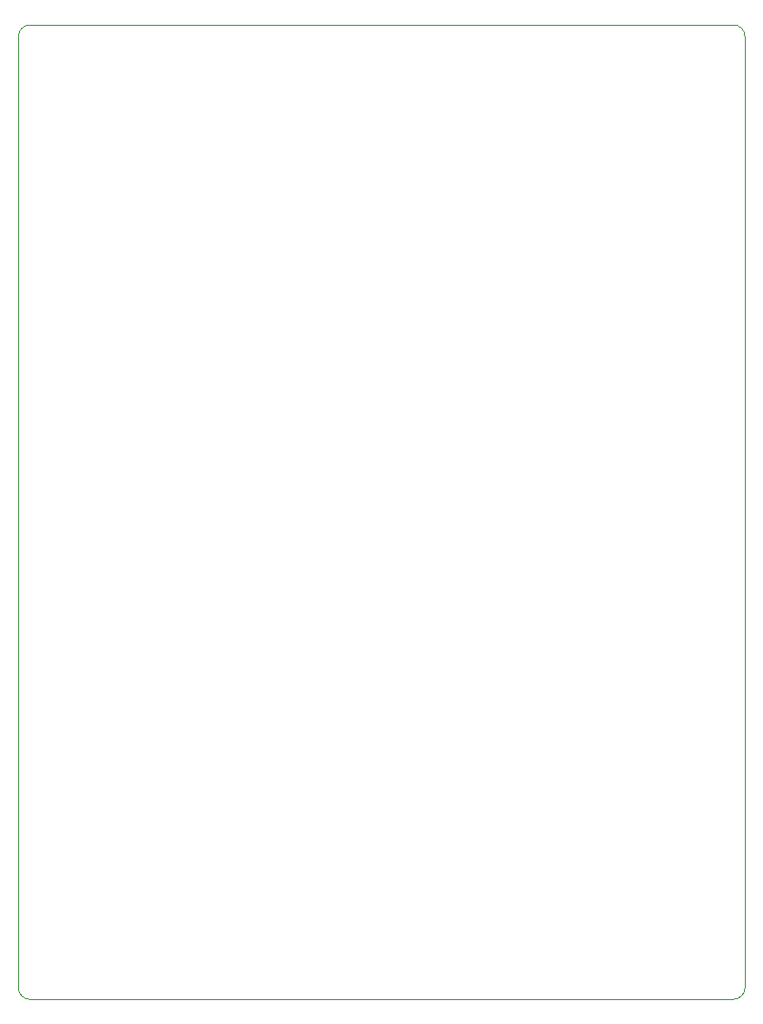
<source format=gbr>
G04 #@! TF.GenerationSoftware,KiCad,Pcbnew,(5.99.0-73-g24ea8f970)*
G04 #@! TF.CreationDate,2019-09-05T16:17:25-04:00*
G04 #@! TF.ProjectId,udoo-power,75646f6f-2d70-46f7-9765-722e6b696361,rev?*
G04 #@! TF.SameCoordinates,Original*
G04 #@! TF.FileFunction,Profile,NP*
%FSLAX46Y46*%
G04 Gerber Fmt 4.6, Leading zero omitted, Abs format (unit mm)*
G04 Created by KiCad (PCBNEW (5.99.0-73-g24ea8f970)) date 2019-09-05 16:17:25*
%MOMM*%
%LPD*%
G04 APERTURE LIST*
%ADD10C,0.050000*%
%ADD11C,0.050800*%
G04 APERTURE END LIST*
D10*
X150515320Y-131655820D02*
X150515320Y-47404020D01*
X86106000Y-131655820D02*
X86106000Y-47404020D01*
X87122000Y-132671820D02*
G75*
G02X86106000Y-131655820I0J1016000D01*
G01*
X86106000Y-47404020D02*
G75*
G02X87122000Y-46388020I1016000J0D01*
G01*
X149499320Y-46388020D02*
G75*
G02X150515320Y-47404020I0J-1016000D01*
G01*
X150515320Y-131655820D02*
G75*
G02X149499320Y-132671820I-1016000J0D01*
G01*
D11*
X149499320Y-132671820D02*
X87122000Y-132671820D01*
X149499320Y-46388020D02*
X87122000Y-46388020D01*
M02*

</source>
